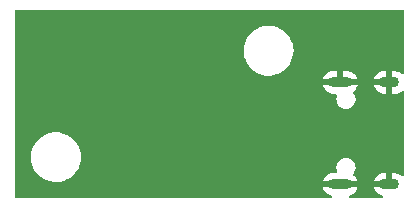
<source format=gbr>
%TF.GenerationSoftware,KiCad,Pcbnew,(5.99.0-8775-g06a515339c)*%
%TF.CreationDate,2021-02-12T20:04:26-05:00*%
%TF.ProjectId,dock,646f636b-2e6b-4696-9361-645f70636258,rev?*%
%TF.SameCoordinates,Original*%
%TF.FileFunction,Copper,L2,Bot*%
%TF.FilePolarity,Positive*%
%FSLAX46Y46*%
G04 Gerber Fmt 4.6, Leading zero omitted, Abs format (unit mm)*
G04 Created by KiCad (PCBNEW (5.99.0-8775-g06a515339c)) date 2021-02-12 20:04:26*
%MOMM*%
%LPD*%
G01*
G04 APERTURE LIST*
%TA.AperFunction,ComponentPad*%
%ADD10O,1.700000X0.900000*%
%TD*%
%TA.AperFunction,ComponentPad*%
%ADD11O,2.000000X0.900000*%
%TD*%
%TA.AperFunction,ViaPad*%
%ADD12C,0.800000*%
%TD*%
G04 APERTURE END LIST*
D10*
%TO.P,J1,S1,SHIELD*%
%TO.N,GND*%
X25240000Y-680000D03*
X25240000Y-9320000D03*
D11*
X21070000Y-680000D03*
X21070000Y-9320000D03*
%TD*%
D12*
%TO.N,GND*%
X13500000Y-8000000D03*
X13500000Y-2500000D03*
X3000000Y2000000D03*
%TD*%
%TA.AperFunction,Conductor*%
%TO.N,GND*%
G36*
X26434121Y5471998D02*
G01*
X26480614Y5418342D01*
X26492000Y5366000D01*
X26492000Y130052D01*
X26471998Y61931D01*
X26418342Y15438D01*
X26348068Y5334D01*
X26283488Y34828D01*
X26274454Y43476D01*
X26273629Y44348D01*
X26264013Y52649D01*
X26115038Y156962D01*
X26103950Y163159D01*
X25937038Y235389D01*
X25924935Y239228D01*
X25745406Y276734D01*
X25736138Y277937D01*
X25733747Y278000D01*
X25512115Y278000D01*
X25496876Y273525D01*
X25495671Y272135D01*
X25494000Y264452D01*
X25494000Y-1619885D01*
X25498475Y-1635124D01*
X25499865Y-1636329D01*
X25507548Y-1638000D01*
X25686028Y-1638000D01*
X25692403Y-1637677D01*
X25827289Y-1623976D01*
X25839729Y-1621422D01*
X26013267Y-1567038D01*
X26024955Y-1562029D01*
X26184013Y-1473862D01*
X26194440Y-1466615D01*
X26284003Y-1389851D01*
X26348742Y-1360708D01*
X26418960Y-1371191D01*
X26472364Y-1417973D01*
X26492000Y-1485520D01*
X26492000Y-8509948D01*
X26471998Y-8578069D01*
X26418342Y-8624562D01*
X26348068Y-8634666D01*
X26283488Y-8605172D01*
X26274454Y-8596524D01*
X26273629Y-8595652D01*
X26264013Y-8587351D01*
X26115038Y-8483038D01*
X26103950Y-8476841D01*
X25937038Y-8404611D01*
X25924935Y-8400772D01*
X25745406Y-8363266D01*
X25736138Y-8362063D01*
X25733747Y-8362000D01*
X25512115Y-8362000D01*
X25496876Y-8366475D01*
X25495671Y-8367865D01*
X25494000Y-8375548D01*
X25494000Y-9448000D01*
X25473998Y-9516121D01*
X25420342Y-9562614D01*
X25368000Y-9574000D01*
X23930708Y-9574000D01*
X23917177Y-9577973D01*
X23916300Y-9584075D01*
X23972259Y-9736165D01*
X23977821Y-9747571D01*
X24073662Y-9902147D01*
X24081411Y-9912208D01*
X24206367Y-10044345D01*
X24215987Y-10052649D01*
X24364962Y-10156962D01*
X24376050Y-10163159D01*
X24542962Y-10235389D01*
X24555065Y-10239228D01*
X24571507Y-10242663D01*
X24634097Y-10276173D01*
X24668635Y-10338202D01*
X24664155Y-10409057D01*
X24622079Y-10466242D01*
X24555765Y-10491601D01*
X24545740Y-10492000D01*
X21907367Y-10492000D01*
X21839246Y-10471998D01*
X21792753Y-10418342D01*
X21782649Y-10348068D01*
X21812143Y-10283488D01*
X21869688Y-10245766D01*
X21993267Y-10207038D01*
X22004955Y-10202029D01*
X22164013Y-10113862D01*
X22174446Y-10106611D01*
X22312533Y-9988256D01*
X22321286Y-9979065D01*
X22432757Y-9835356D01*
X22439490Y-9824582D01*
X22519784Y-9661404D01*
X22524212Y-9649497D01*
X22539311Y-9591531D01*
X22538877Y-9577436D01*
X22530696Y-9574000D01*
X19610708Y-9574000D01*
X19597177Y-9577973D01*
X19596300Y-9584075D01*
X19652259Y-9736165D01*
X19657821Y-9747571D01*
X19753662Y-9902147D01*
X19761411Y-9912208D01*
X19886367Y-10044345D01*
X19895987Y-10052649D01*
X20044962Y-10156962D01*
X20056050Y-10163159D01*
X20222962Y-10235389D01*
X20235065Y-10239228D01*
X20251507Y-10242663D01*
X20314097Y-10276173D01*
X20348635Y-10338202D01*
X20344155Y-10409057D01*
X20302079Y-10466242D01*
X20235765Y-10491601D01*
X20225740Y-10492000D01*
X-6366000Y-10492000D01*
X-6434121Y-10471998D01*
X-6480614Y-10418342D01*
X-6492000Y-10366000D01*
X-6492000Y-6977868D01*
X-5113384Y-6977868D01*
X-5096834Y-7264892D01*
X-5096009Y-7269097D01*
X-5096008Y-7269105D01*
X-5072158Y-7390668D01*
X-5041484Y-7547014D01*
X-5040097Y-7551065D01*
X-4985760Y-7709770D01*
X-4948358Y-7819014D01*
X-4819178Y-8075859D01*
X-4656336Y-8312796D01*
X-4462845Y-8525440D01*
X-4242284Y-8709857D01*
X-4238643Y-8712141D01*
X-4002376Y-8860352D01*
X-4002372Y-8860354D01*
X-3998736Y-8862635D01*
X-3736707Y-8980945D01*
X-3732588Y-8982165D01*
X-3465159Y-9061382D01*
X-3465154Y-9061383D01*
X-3461046Y-9062600D01*
X-3456812Y-9063248D01*
X-3456807Y-9063249D01*
X-3203963Y-9101940D01*
X-3176853Y-9106088D01*
X-3030502Y-9108387D01*
X-2893679Y-9110537D01*
X-2893673Y-9110537D01*
X-2889388Y-9110604D01*
X-2885136Y-9110089D01*
X-2885128Y-9110089D01*
X-2663471Y-9083265D01*
X-2603970Y-9076064D01*
X-2599821Y-9074976D01*
X-2599818Y-9074975D01*
X-2498782Y-9048469D01*
X19600689Y-9048469D01*
X19601123Y-9062564D01*
X19609304Y-9066000D01*
X22529292Y-9066000D01*
X22542823Y-9062027D01*
X22543700Y-9055925D01*
X22540957Y-9048469D01*
X23920689Y-9048469D01*
X23921123Y-9062564D01*
X23929304Y-9066000D01*
X24967885Y-9066000D01*
X24983124Y-9061525D01*
X24984329Y-9060135D01*
X24986000Y-9052452D01*
X24986000Y-8380115D01*
X24981525Y-8364876D01*
X24980135Y-8363671D01*
X24972452Y-8362000D01*
X24793972Y-8362000D01*
X24787597Y-8362323D01*
X24652711Y-8376024D01*
X24640271Y-8378578D01*
X24466733Y-8432962D01*
X24455045Y-8437971D01*
X24295987Y-8526138D01*
X24285554Y-8533389D01*
X24147467Y-8651744D01*
X24138714Y-8660935D01*
X24027243Y-8804644D01*
X24020510Y-8815418D01*
X23940216Y-8978596D01*
X23935788Y-8990503D01*
X23920689Y-9048469D01*
X22540957Y-9048469D01*
X22487741Y-8903835D01*
X22482179Y-8892429D01*
X22386338Y-8737853D01*
X22378589Y-8727792D01*
X22253633Y-8595655D01*
X22244013Y-8587351D01*
X22217288Y-8568638D01*
X22172960Y-8513181D01*
X22165651Y-8442561D01*
X22184611Y-8395698D01*
X22194965Y-8380115D01*
X22273540Y-8261849D01*
X22337942Y-8092309D01*
X22363183Y-7912714D01*
X22363500Y-7890000D01*
X22343284Y-7709770D01*
X22283641Y-7538498D01*
X22187535Y-7384696D01*
X22178745Y-7375844D01*
X22064710Y-7261012D01*
X22059742Y-7256009D01*
X21906615Y-7158831D01*
X21735763Y-7097994D01*
X21728771Y-7097160D01*
X21728770Y-7097160D01*
X21645721Y-7087257D01*
X21555679Y-7076520D01*
X21548676Y-7077256D01*
X21548675Y-7077256D01*
X21382321Y-7094740D01*
X21382317Y-7094741D01*
X21375313Y-7095477D01*
X21368642Y-7097748D01*
X21210299Y-7151652D01*
X21210296Y-7151653D01*
X21203629Y-7153923D01*
X21049159Y-7248953D01*
X20919583Y-7375844D01*
X20821338Y-7528289D01*
X20799958Y-7587032D01*
X20761720Y-7692089D01*
X20761719Y-7692093D01*
X20759310Y-7698712D01*
X20736579Y-7878642D01*
X20754277Y-8059136D01*
X20756502Y-8065824D01*
X20756502Y-8065825D01*
X20799881Y-8196229D01*
X20802404Y-8267180D01*
X20766167Y-8328233D01*
X20702675Y-8360002D01*
X20680323Y-8362000D01*
X20473972Y-8362000D01*
X20467597Y-8362323D01*
X20332711Y-8376024D01*
X20320271Y-8378578D01*
X20146733Y-8432962D01*
X20135045Y-8437971D01*
X19975987Y-8526138D01*
X19965554Y-8533389D01*
X19827467Y-8651744D01*
X19818714Y-8660935D01*
X19707243Y-8804644D01*
X19700510Y-8815418D01*
X19620216Y-8978596D01*
X19615788Y-8990503D01*
X19600689Y-9048469D01*
X-2498782Y-9048469D01*
X-2330030Y-9004198D01*
X-2325879Y-9003109D01*
X-2060264Y-8893087D01*
X-2011173Y-8864401D01*
X-1815745Y-8750202D01*
X-1815743Y-8750200D01*
X-1812037Y-8748035D01*
X-1585792Y-8570637D01*
X-1542669Y-8526138D01*
X-1401164Y-8380115D01*
X-1385717Y-8364175D01*
X-1383184Y-8360727D01*
X-1383180Y-8360722D01*
X-1218051Y-8135925D01*
X-1215513Y-8132470D01*
X-1184776Y-8075859D01*
X-1080379Y-7883585D01*
X-1080378Y-7883583D01*
X-1078329Y-7879809D01*
X-976705Y-7610869D01*
X-924905Y-7384696D01*
X-913479Y-7334808D01*
X-913478Y-7334804D01*
X-912521Y-7330624D01*
X-907030Y-7269105D01*
X-887184Y-7046728D01*
X-887184Y-7046726D01*
X-886964Y-7044262D01*
X-886500Y-7000000D01*
X-906054Y-6713165D01*
X-910591Y-6691254D01*
X-963487Y-6435835D01*
X-964356Y-6431638D01*
X-1060326Y-6160628D01*
X-1192188Y-5905150D01*
X-1357502Y-5669931D01*
X-1360427Y-5666783D01*
X-1550289Y-5462468D01*
X-1550292Y-5462466D01*
X-1553210Y-5459325D01*
X-1556526Y-5456611D01*
X-1556529Y-5456608D01*
X-1772371Y-5279942D01*
X-1772378Y-5279937D01*
X-1775689Y-5277227D01*
X-2020824Y-5127009D01*
X-2024760Y-5125281D01*
X-2280149Y-5013172D01*
X-2280153Y-5013171D01*
X-2284077Y-5011448D01*
X-2560579Y-4932685D01*
X-2771206Y-4902708D01*
X-2840959Y-4892781D01*
X-2840961Y-4892781D01*
X-2845211Y-4892176D01*
X-2996024Y-4891387D01*
X-3128421Y-4890693D01*
X-3128427Y-4890693D01*
X-3132708Y-4890671D01*
X-3136952Y-4891230D01*
X-3136956Y-4891230D01*
X-3262136Y-4907710D01*
X-3417749Y-4928197D01*
X-3421889Y-4929330D01*
X-3421891Y-4929330D01*
X-3438453Y-4933861D01*
X-3695060Y-5004061D01*
X-3716420Y-5013172D01*
X-3955567Y-5115176D01*
X-3955574Y-5115180D01*
X-3959509Y-5116858D01*
X-3963190Y-5119061D01*
X-4202521Y-5262297D01*
X-4202525Y-5262300D01*
X-4206203Y-5264501D01*
X-4209546Y-5267179D01*
X-4209550Y-5267182D01*
X-4319078Y-5354931D01*
X-4430577Y-5444259D01*
X-4433521Y-5447361D01*
X-4433525Y-5447365D01*
X-4447857Y-5462468D01*
X-4628480Y-5652804D01*
X-4796248Y-5886279D01*
X-4930778Y-6140362D01*
X-5029581Y-6410352D01*
X-5090827Y-6691254D01*
X-5113384Y-6977868D01*
X-6492000Y-6977868D01*
X-6492000Y-944075D01*
X19596300Y-944075D01*
X19652259Y-1096165D01*
X19657821Y-1107571D01*
X19753662Y-1262147D01*
X19761411Y-1272208D01*
X19886367Y-1404345D01*
X19895987Y-1412649D01*
X20044962Y-1516962D01*
X20056050Y-1523159D01*
X20222962Y-1595389D01*
X20235065Y-1599228D01*
X20414594Y-1636734D01*
X20423862Y-1637937D01*
X20426253Y-1638000D01*
X20681534Y-1638000D01*
X20749655Y-1658002D01*
X20796148Y-1711658D01*
X20806252Y-1781932D01*
X20799935Y-1807094D01*
X20761720Y-1912089D01*
X20761719Y-1912093D01*
X20759310Y-1918712D01*
X20736579Y-2098642D01*
X20754277Y-2279136D01*
X20811523Y-2451224D01*
X20905472Y-2606353D01*
X21031456Y-2736813D01*
X21037348Y-2740668D01*
X21037352Y-2740672D01*
X21069311Y-2761585D01*
X21183211Y-2836119D01*
X21353197Y-2899336D01*
X21360178Y-2900267D01*
X21360180Y-2900268D01*
X21409766Y-2906884D01*
X21532963Y-2923322D01*
X21539974Y-2922684D01*
X21539978Y-2922684D01*
X21680059Y-2909934D01*
X21713577Y-2906884D01*
X21720279Y-2904706D01*
X21720281Y-2904706D01*
X21879361Y-2853018D01*
X21879364Y-2853017D01*
X21886060Y-2850841D01*
X22041841Y-2757977D01*
X22173177Y-2632908D01*
X22273540Y-2481849D01*
X22337942Y-2312309D01*
X22363183Y-2132714D01*
X22363500Y-2110000D01*
X22343284Y-1929770D01*
X22283641Y-1758498D01*
X22187535Y-1604696D01*
X22188788Y-1603913D01*
X22165150Y-1545516D01*
X22178320Y-1475752D01*
X22208535Y-1437393D01*
X22312538Y-1348252D01*
X22321286Y-1339065D01*
X22432757Y-1195356D01*
X22439490Y-1184582D01*
X22519784Y-1021404D01*
X22524212Y-1009497D01*
X22539311Y-951531D01*
X22539081Y-944075D01*
X23916300Y-944075D01*
X23972259Y-1096165D01*
X23977821Y-1107571D01*
X24073662Y-1262147D01*
X24081411Y-1272208D01*
X24206367Y-1404345D01*
X24215987Y-1412649D01*
X24364962Y-1516962D01*
X24376050Y-1523159D01*
X24542962Y-1595389D01*
X24555065Y-1599228D01*
X24734594Y-1636734D01*
X24743862Y-1637937D01*
X24746253Y-1638000D01*
X24967885Y-1638000D01*
X24983124Y-1633525D01*
X24984329Y-1632135D01*
X24986000Y-1624452D01*
X24986000Y-952115D01*
X24981525Y-936876D01*
X24980135Y-935671D01*
X24972452Y-934000D01*
X23930708Y-934000D01*
X23917177Y-937973D01*
X23916300Y-944075D01*
X22539081Y-944075D01*
X22538877Y-937436D01*
X22530696Y-934000D01*
X19610708Y-934000D01*
X19597177Y-937973D01*
X19596300Y-944075D01*
X-6492000Y-944075D01*
X-6492000Y-408469D01*
X19600689Y-408469D01*
X19601123Y-422564D01*
X19609304Y-426000D01*
X20797885Y-426000D01*
X20813124Y-421525D01*
X20814329Y-420135D01*
X20816000Y-412452D01*
X20816000Y259885D01*
X20814659Y264452D01*
X21324000Y264452D01*
X21324000Y-407885D01*
X21328475Y-423124D01*
X21329865Y-424329D01*
X21337548Y-426000D01*
X22529292Y-426000D01*
X22542823Y-422027D01*
X22543700Y-415925D01*
X22540957Y-408469D01*
X23920689Y-408469D01*
X23921123Y-422564D01*
X23929304Y-426000D01*
X24967885Y-426000D01*
X24983124Y-421525D01*
X24984329Y-420135D01*
X24986000Y-412452D01*
X24986000Y259885D01*
X24981525Y275124D01*
X24980135Y276329D01*
X24972452Y278000D01*
X24793972Y278000D01*
X24787597Y277677D01*
X24652711Y263976D01*
X24640271Y261422D01*
X24466733Y207038D01*
X24455045Y202029D01*
X24295987Y113862D01*
X24285554Y106611D01*
X24147467Y-11744D01*
X24138714Y-20935D01*
X24027243Y-164644D01*
X24020510Y-175418D01*
X23940216Y-338596D01*
X23935788Y-350503D01*
X23920689Y-408469D01*
X22540957Y-408469D01*
X22487741Y-263835D01*
X22482179Y-252429D01*
X22386338Y-97853D01*
X22378589Y-87792D01*
X22253633Y44345D01*
X22244013Y52649D01*
X22095038Y156962D01*
X22083950Y163159D01*
X21917038Y235389D01*
X21904935Y239228D01*
X21725406Y276734D01*
X21716138Y277937D01*
X21713747Y278000D01*
X21342115Y278000D01*
X21326876Y273525D01*
X21325671Y272135D01*
X21324000Y264452D01*
X20814659Y264452D01*
X20811525Y275124D01*
X20810135Y276329D01*
X20802452Y278000D01*
X20473972Y278000D01*
X20467597Y277677D01*
X20332711Y263976D01*
X20320271Y261422D01*
X20146733Y207038D01*
X20135045Y202029D01*
X19975987Y113862D01*
X19965554Y106611D01*
X19827467Y-11744D01*
X19818714Y-20935D01*
X19707243Y-164644D01*
X19700510Y-175418D01*
X19620216Y-338596D01*
X19615788Y-350503D01*
X19600689Y-408469D01*
X-6492000Y-408469D01*
X-6492000Y2022132D01*
X12886616Y2022132D01*
X12903166Y1735108D01*
X12903991Y1730903D01*
X12903992Y1730895D01*
X12915223Y1673652D01*
X12958516Y1452986D01*
X13051642Y1180986D01*
X13180822Y924141D01*
X13343664Y687204D01*
X13537155Y474560D01*
X13757716Y290143D01*
X13761357Y287859D01*
X13997624Y139648D01*
X13997628Y139646D01*
X14001264Y137365D01*
X14005174Y135600D01*
X14005175Y135599D01*
X14045012Y117612D01*
X14263293Y19055D01*
X14267412Y17835D01*
X14534841Y-61382D01*
X14534846Y-61383D01*
X14538954Y-62600D01*
X14543188Y-63248D01*
X14543193Y-63249D01*
X14769331Y-97853D01*
X14823147Y-106088D01*
X14969498Y-108387D01*
X15106321Y-110537D01*
X15106327Y-110537D01*
X15110612Y-110604D01*
X15114864Y-110089D01*
X15114872Y-110089D01*
X15336529Y-83265D01*
X15396030Y-76064D01*
X15400179Y-74976D01*
X15400182Y-74975D01*
X15669970Y-4198D01*
X15674121Y-3109D01*
X15939736Y106913D01*
X15988827Y135599D01*
X16184255Y249798D01*
X16184257Y249800D01*
X16187963Y251965D01*
X16414208Y429363D01*
X16614283Y635825D01*
X16616816Y639273D01*
X16616820Y639278D01*
X16781949Y864075D01*
X16784487Y867530D01*
X16815224Y924141D01*
X16919621Y1116415D01*
X16919622Y1116417D01*
X16921671Y1120191D01*
X17023295Y1389131D01*
X17087479Y1669376D01*
X17092970Y1730895D01*
X17112816Y1953272D01*
X17112816Y1953274D01*
X17113036Y1955738D01*
X17113500Y2000000D01*
X17093946Y2286835D01*
X17089409Y2308746D01*
X17036513Y2564165D01*
X17035644Y2568362D01*
X16939674Y2839372D01*
X16807812Y3094850D01*
X16642498Y3330069D01*
X16639573Y3333217D01*
X16449711Y3537532D01*
X16449708Y3537534D01*
X16446790Y3540675D01*
X16443474Y3543389D01*
X16443471Y3543392D01*
X16227629Y3720058D01*
X16227622Y3720063D01*
X16224311Y3722773D01*
X15979176Y3872991D01*
X15975240Y3874719D01*
X15719851Y3986828D01*
X15719847Y3986829D01*
X15715923Y3988552D01*
X15439421Y4067315D01*
X15228794Y4097292D01*
X15159041Y4107219D01*
X15159039Y4107219D01*
X15154789Y4107824D01*
X15003976Y4108613D01*
X14871579Y4109307D01*
X14871573Y4109307D01*
X14867292Y4109329D01*
X14863048Y4108770D01*
X14863044Y4108770D01*
X14737864Y4092290D01*
X14582251Y4071803D01*
X14578111Y4070670D01*
X14578109Y4070670D01*
X14561547Y4066139D01*
X14304940Y3995939D01*
X14283580Y3986828D01*
X14044433Y3884824D01*
X14044426Y3884820D01*
X14040491Y3883142D01*
X14036810Y3880939D01*
X13797479Y3737703D01*
X13797475Y3737700D01*
X13793797Y3735499D01*
X13790454Y3732821D01*
X13790450Y3732818D01*
X13680922Y3645069D01*
X13569423Y3555741D01*
X13566479Y3552639D01*
X13566475Y3552635D01*
X13552143Y3537532D01*
X13371520Y3347196D01*
X13203752Y3113721D01*
X13069222Y2859638D01*
X12970419Y2589648D01*
X12909173Y2308746D01*
X12886616Y2022132D01*
X-6492000Y2022132D01*
X-6492000Y5366000D01*
X-6471998Y5434121D01*
X-6418342Y5480614D01*
X-6366000Y5492000D01*
X26366000Y5492000D01*
X26434121Y5471998D01*
G37*
%TD.AperFunction*%
%TD*%
M02*

</source>
